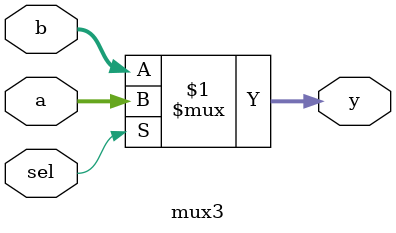
<source format=v>
`timescale 1ns / 1ps


module mux3(
    input [4:0] a, b,
    input sel,
    output [4:0] y
);

    assign y = sel ? a : b;
    
endmodule

</source>
